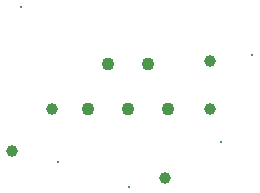
<source format=gbr>
%TF.GenerationSoftware,KiCad,Pcbnew,9.99.0-unknown-5e6ef67fce~182~ubuntu24.04.1*%
%TF.CreationDate,2025-05-15T21:05:22-04:00*%
%TF.ProjectId,LM675T_test,4c4d3637-3554-45f7-9465-73742e6b6963,rev?*%
%TF.SameCoordinates,Original*%
%TF.FileFunction,Plated,1,2,PTH,Drill*%
%TF.FilePolarity,Positive*%
%FSLAX46Y46*%
G04 Gerber Fmt 4.6, Leading zero omitted, Abs format (unit mm)*
G04 Created by KiCad (PCBNEW 9.99.0-unknown-5e6ef67fce~182~ubuntu24.04.1) date 2025-05-15 21:05:22*
%MOMM*%
%LPD*%
G01*
G04 APERTURE LIST*
%TA.AperFunction,ViaDrill*%
%ADD10C,0.300000*%
%TD*%
%TA.AperFunction,ComponentDrill*%
%ADD11C,1.000000*%
%TD*%
%TA.AperFunction,ComponentDrill*%
%ADD12C,1.100000*%
%TD*%
G04 APERTURE END LIST*
D10*
X133858000Y-101346000D03*
X137000000Y-114500000D03*
X143002000Y-116586000D03*
X150815001Y-112776000D03*
X153416000Y-105410000D03*
D11*
%TO.C,J2*%
X133096000Y-113538000D03*
%TO.C,J1*%
X136500000Y-110000000D03*
%TO.C,J3*%
X146050000Y-115824000D03*
%TO.C,J4*%
X149860000Y-105918000D03*
%TO.C,J5*%
X149860000Y-109982000D03*
D12*
%TO.C,U1*%
X139500000Y-110000000D03*
X141200000Y-106200000D03*
X142900000Y-110000000D03*
X144600000Y-106200000D03*
X146300000Y-110000000D03*
M02*

</source>
